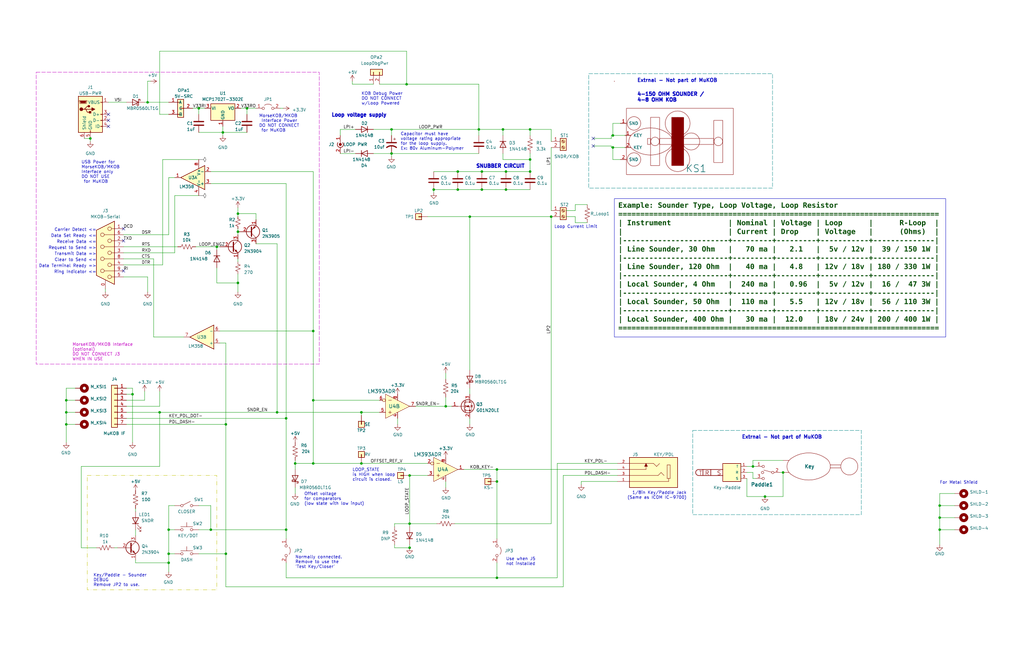
<source format=kicad_sch>
(kicad_sch (version 20230121) (generator eeschema)
  (paper "B")
  (title_block (title "MuKOB - Key/Paddle & Sounder") (date "2024-01-16") (rev "1") (company "Silky-Design (AESilky)") (comment 1 "Copyright 2023 AESilky") (comment 4 "Ref: PiKOB Prototype Hat; Gregory Raven (2022)"))
  (lib_symbols
    (symbol "AES_Library:CUI_SJ1-3534NG-audio-jack" (pin_names (offset 1.016))
      (property "Reference" "J" (at -10.16 6.35 0))
      (property "Value" "CUI_SJ1-3534NG" (at -10.16 -10.16 0))
      (symbol "CUI_SJ1-3534NG-audio-jack_0_0"
        (pin passive line (at 15.24 2.54 180) (length 5.08) (name "~") (number "1"))
        (pin passive line (at 15.24 -5.08 180) (length 5.08) (name "~") (number "2"))
        (pin passive line (at 15.24 0 180) (length 5.08) (name "~") (number "3"))
        (pin passive line (at 15.24 -2.54 180) (length 5.08) (name "~") (number "4"))
      )
    )
    (symbol "Amplifier_Operational:LM358" (pin_names (offset 0.127))
      (property "Reference" "U" (at 0 5.08 0))
      (property "Value" "LM358" (at 0 -5.08 0))
      (symbol "LM358_1_1"
        (pin output line (at 7.62 0 180) (length 2.54) (name "~") (number "1"))
        (pin input line (at -7.62 -2.54 0) (length 2.54) (name "-") (number "2"))
        (pin input line (at -7.62 2.54 0) (length 2.54) (name "+") (number "3"))
      )
      (symbol "LM358_2_1"
        (pin input line (at -7.62 2.54 0) (length 2.54) (name "+") (number "5"))
        (pin input line (at -7.62 -2.54 0) (length 2.54) (name "-") (number "6"))
        (pin output line (at 7.62 0 180) (length 2.54) (name "~") (number "7"))
      )
      (symbol "LM358_3_1"
        (pin power_in line (at -2.54 -7.62 90) (length 3.81) (name "V-") (number "4"))
        (pin power_in line (at -2.54 7.62 270) (length 3.81) (name "V+") (number "8"))
      )
    )
    (symbol "Audio-Plug-TRS:SP-TRS" (pin_names (offset 1.016))
      (property "Reference" "J-SP" (at 3.81 3.81 0))
      (property "Value" "SP-TRS" (at 2.54 -5.08 0))
      (symbol "SP-TRS_0_0"
        (text "R" (at 17.78 -1.27 0) (effects (font (size 1.778 1.778)) (justify right bottom)))
        (text "S" (at 12.7 -1.27 0) (effects (font (size 1.778 1.778)) (justify right bottom)))
        (text "T" (at 20.32 -1.27 0) (effects (font (size 1.778 1.778)) (justify right bottom)))
        (pin passive line (at 0 2.54 0) (length 2.54) (name "T") (number "1"))
        (pin passive line (at 0 0 0) (length 2.54) (name "R") (number "2"))
        (pin passive line (at 0 -2.54 0) (length 2.54) (name "S") (number "3"))
      )
    )
    (symbol "Connector:Conn_Coaxial_Power" (pin_names (offset 1.016) hide)
      (property "Reference" "J" (at -5.08 -1.27 90))
      (property "Value" "Conn_Coaxial_Power" (at -3.175 -1.27 90))
      (symbol "Conn_Coaxial_Power_1_1"
        (pin passive line (at 0 2.54 270) (length 2.54) (name "In") (number "1"))
        (pin passive line (at 0 -5.08 90) (length 2.54) (name "Ext") (number "2"))
      )
    )
    (symbol "Connector:DE9_Receptacle_MountingHoles" (pin_names (offset 1.016) hide)
      (property "Reference" "J" (at 0 16.51 0))
      (property "Value" "DE9_Receptacle_MountingHoles" (at 0 14.605 0))
      (symbol "DE9_Receptacle_MountingHoles_1_1"
        (pin passive line (at 0 -15.24 90) (length 3.81) (name "PAD") (number "0"))
        (pin passive line (at -7.62 10.16 0) (length 3.81) (name "1") (number "1"))
        (pin passive line (at -7.62 5.08 0) (length 3.81) (name "2") (number "2"))
        (pin passive line (at -7.62 0 0) (length 3.81) (name "3") (number "3"))
        (pin passive line (at -7.62 -5.08 0) (length 3.81) (name "4") (number "4"))
        (pin passive line (at -7.62 -10.16 0) (length 3.81) (name "5") (number "5"))
        (pin passive line (at -7.62 7.62 0) (length 3.81) (name "6") (number "6"))
        (pin passive line (at -7.62 2.54 0) (length 3.81) (name "7") (number "7"))
        (pin passive line (at -7.62 -2.54 0) (length 3.81) (name "8") (number "8"))
        (pin passive line (at -7.62 -7.62 0) (length 3.81) (name "9") (number "9"))
      )
    )
    (symbol "Connector:Screw_Terminal_01x02" (pin_names (offset 1.016) hide)
      (property "Reference" "J" (at 0 2.54 0))
      (property "Value" "Screw_Terminal_01x02" (at 0 -5.08 0))
      (symbol "Screw_Terminal_01x02_1_1"
        (pin passive line (at -5.08 0 0) (length 3.81) (name "Pin_1") (number "1"))
        (pin passive line (at -5.08 -2.54 0) (length 3.81) (name "Pin_2") (number "2"))
      )
    )
    (symbol "Connector:USB_OTG" (pin_names (offset 1.016))
      (property "Reference" "J" (at -5.08 11.43 0))
      (property "Value" "USB_OTG" (at -5.08 8.89 0))
      (symbol "USB_OTG_1_1"
        (pin passive line (at 7.62 5.08 180) (length 2.54) (name "VBUS") (number "1"))
        (pin bidirectional line (at 7.62 -2.54 180) (length 2.54) (name "D-") (number "2"))
        (pin bidirectional line (at 7.62 0 180) (length 2.54) (name "D+") (number "3"))
        (pin passive line (at 7.62 -5.08 180) (length 2.54) (name "ID") (number "4"))
        (pin passive line (at 0 -10.16 90) (length 2.54) (name "GND") (number "5"))
        (pin passive line (at -2.54 -10.16 90) (length 2.54) (name "Shield") (number "6"))
      )
    )
    (symbol "Connector_Generic:Conn_01x02" (pin_names (offset 1.016) hide)
      (property "Reference" "J" (at 0 2.54 0))
      (property "Value" "Conn_01x02" (at 0 -5.08 0))
      (symbol "Conn_01x02_1_1"
        (pin passive line (at -5.08 0 0) (length 3.81) (name "Pin_1") (number "1"))
        (pin passive line (at -5.08 -2.54 0) (length 3.81) (name "Pin_2") (number "2"))
      )
    )
    (symbol "Connector_Generic:Conn_01x07" (pin_names (offset 1.016) hide)
      (property "Reference" "J" (at 0 10.16 0))
      (property "Value" "Conn_01x07" (at 0 -10.16 0))
      (symbol "Conn_01x07_1_1"
        (pin passive line (at -5.08 7.62 0) (length 3.81) (name "Pin_1") (number "1"))
        (pin passive line (at -5.08 5.08 0) (length 3.81) (name "Pin_2") (number "2"))
        (pin passive line (at -5.08 2.54 0) (length 3.81) (name "Pin_3") (number "3"))
        (pin passive line (at -5.08 0 0) (length 3.81) (name "Pin_4") (number "4"))
        (pin passive line (at -5.08 -2.54 0) (length 3.81) (name "Pin_5") (number "5"))
        (pin passive line (at -5.08 -5.08 0) (length 3.81) (name "Pin_6") (number "6"))
        (pin passive line (at -5.08 -7.62 0) (length 3.81) (name "Pin_7") (number "7"))
      )
    )
    (symbol "Device:C" (pin_numbers hide) (pin_names (offset 0.254))
      (property "Reference" "C" (at 0.635 2.54 0))
      (property "Value" "C" (at 0.635 -2.54 0))
      (symbol "C_1_1"
        (pin passive line (at 0 3.81 270) (length 2.794) (name "~") (number "1"))
        (pin passive line (at 0 -3.81 90) (length 2.794) (name "~") (number "2"))
      )
    )
    (symbol "Device:C_Polarized_US" (pin_numbers hide) (pin_names (offset 0.254) hide)
      (property "Reference" "C" (at 0.635 2.54 0))
      (property "Value" "C_Polarized_US" (at 0.635 -2.54 0))
      (symbol "C_Polarized_US_1_1"
        (pin passive line (at 0 3.81 270) (length 2.794) (name "~") (number "1"))
        (pin passive line (at 0 -3.81 90) (length 3.302) (name "~") (number "2"))
      )
    )
    (symbol "Device:LED" (pin_numbers hide) (pin_names (offset 1.016) hide)
      (property "Reference" "D" (at 0 2.54 0))
      (property "Value" "LED" (at 0 -2.54 0))
      (symbol "LED_1_1"
        (pin passive line (at -3.81 0 0) (length 2.54) (name "K") (number "1"))
        (pin passive line (at 3.81 0 180) (length 2.54) (name "A") (number "2"))
      )
    )
    (symbol "Device:R_Small_US" (pin_numbers hide) (pin_names (offset 0.254) hide)
      (property "Reference" "R" (at 0.762 0.508 0))
      (property "Value" "R_Small_US" (at 0.762 -1.016 0))
      (symbol "R_Small_US_1_1"
        (pin passive line (at 0 2.54 270) (length 1.016) (name "~") (number "1"))
        (pin passive line (at 0 -2.54 90) (length 1.016) (name "~") (number "2"))
      )
    )
    (symbol "Device:R_US" (pin_numbers hide) (pin_names (offset 0))
      (property "Reference" "R" (at 2.54 0 90))
      (property "Value" "R_US" (at -2.54 0 90))
      (symbol "R_US_1_1"
        (pin passive line (at 0 3.81 270) (length 1.27) (name "~") (number "1"))
        (pin passive line (at 0 -3.81 90) (length 1.27) (name "~") (number "2"))
      )
    )
    (symbol "Diode:1N4004" (pin_numbers hide) (pin_names hide)
      (property "Reference" "D" (at 0 2.54 0))
      (property "Value" "1N4004" (at 0 -2.54 0))
      (symbol "1N4004_1_1"
        (pin passive line (at -3.81 0 0) (length 2.54) (name "K") (number "1"))
        (pin passive line (at 3.81 0 180) (length 2.54) (name "A") (number "2"))
      )
    )
    (symbol "Diode:1N4148W" (pin_numbers hide) (pin_names hide)
      (property "Reference" "D" (at 0 2.54 0))
      (property "Value" "1N4148W" (at 0 -2.54 0))
      (symbol "1N4148W_1_1"
        (pin passive line (at -3.81 0 0) (length 2.54) (name "K") (number "1"))
        (pin passive line (at 3.81 0 180) (length 2.54) (name "A") (number "2"))
      )
    )
    (symbol "Diode:MBR0560" (pin_numbers hide) (pin_names (offset 1.016) hide)
      (property "Reference" "D" (at 0 2.54 0))
      (property "Value" "MBR0560" (at 0 -2.54 0))
      (symbol "MBR0560_1_1"
        (pin passive line (at -3.81 0 0) (length 2.54) (name "K") (number "1"))
        (pin passive line (at 3.81 0 180) (length 2.54) (name "A") (number "2"))
      )
    )
    (symbol "Jumper:Jumper_2_Open" (pin_names (offset 0) hide)
      (property "Reference" "JP" (at 0 2.794 0))
      (property "Value" "Jumper_2_Open" (at 0 -2.286 0))
      (symbol "Jumper_2_Open_1_1"
        (pin passive line (at -5.08 0 0) (length 2.54) (name "A") (number "1"))
        (pin passive line (at 5.08 0 180) (length 2.54) (name "B") (number "2"))
      )
    )
    (symbol "Key-Telegraph_1" (pin_numbers hide) (pin_names (offset 1.016) hide)
      (property "Reference" "U" (at -2.159 -3.683 0))
      (property "Value" "Key-Telegraph" (at -0.635 0.127 0))
      (symbol "Key-Telegraph_1_1_1"
        (pin input line (at -11.43 2.54 0) (length 2.54) (name "KEY") (number "1"))
        (pin input line (at -11.43 -2.54 0) (length 2.54) (name "KEY") (number "2"))
      )
    )
    (symbol "LM393DR-dk_Linear-Comparators_1" (pin_names (offset 0) hide)
      (property "Reference" "U" (at -3.81 6.35 0))
      (property "Value" "LM393DR-dk_Linear-Comparators" (at 2.54 -5.08 0))
      (symbol "LM393DR-dk_Linear-Comparators_1_1_1"
        (pin output line (at 7.62 0 180) (length 2.54) (name "1OUT") (number "1"))
        (pin input line (at -7.62 2.54 0) (length 1.27) (name "~") (number "2"))
        (pin input line (at -7.62 -2.54 0) (length 2.54) (name "~") (number "3"))
        (pin power_in line (at 0 -5.08 90) (length 2.54) (name "GND") (number "4"))
        (pin power_in line (at 0 5.08 270) (length 2.54) (name "VCC") (number "8"))
      )
      (symbol "LM393DR-dk_Linear-Comparators_1_2_1"
        (pin power_in line (at 0 -5.08 90) (length 2.54) (name "GND") (number "4"))
        (pin input line (at -7.62 -2.54 0) (length 2.54) (name "2IN+") (number "5"))
        (pin input line (at -7.62 2.54 0) (length 1.27) (name "2IN-") (number "6"))
        (pin output line (at 7.62 0 180) (length 2.54) (name "2OUT") (number "7"))
        (pin power_in line (at 0 5.08 270) (length 2.54) (name "VCC") (number "8"))
      )
    )
    (symbol "Mechanical:MountingHole_Pad" (pin_numbers hide) (pin_names (offset 1.016) hide)
      (property "Reference" "H" (at 0 6.35 0))
      (property "Value" "MountingHole_Pad" (at 0 4.445 0))
      (symbol "MountingHole_Pad_1_1"
        (pin input line (at 0 -2.54 90) (length 2.54) (name "1") (number "1"))
      )
    )
    (symbol "MuKOB:Option_A-B"
      (property "Reference" "OP" (at 0 0 0))
      (property "Value" "OP_A-B" (at 0 0 0))
      (symbol "Option_A-B_1_0"
        (pin passive line (at 5.08 -5.08 180) (length 3.81) (name "C") (number "2"))
      )
      (symbol "Option_A-B_1_1"
        (pin passive line (at -5.08 -2.54 0) (length 3.81) (name "A") (number "1"))
        (pin passive line (at -5.08 -7.62 0) (length 3.81) (name "B") (number "3"))
      )
    )
    (symbol "Regulator_Linear:MCP1700x-330xxTT" (pin_names (offset 0.254))
      (property "Reference" "U" (at -3.81 3.175 0))
      (property "Value" "MCP1700x-330xxTT" (at 0 3.175 0))
      (symbol "MCP1700x-330xxTT_1_1"
        (pin power_in line (at 0 -7.62 90) (length 2.54) (name "GND") (number "1"))
        (pin power_out line (at 7.62 0 180) (length 2.54) (name "VO") (number "2"))
        (pin power_in line (at -7.62 0 0) (length 2.54) (name "VI") (number "3"))
      )
    )
    (symbol "Switch:SW_Push" (pin_numbers hide) (pin_names (offset 1.016) hide)
      (property "Reference" "SW" (at 1.27 2.54 0))
      (property "Value" "SW_Push" (at 0 -1.524 0))
      (symbol "SW_Push_0_1"
        (pin passive line (at -5.08 0 0) (length 2.54) (name "1") (number "1"))
        (pin passive line (at 5.08 0 180) (length 2.54) (name "2") (number "2"))
      )
    )
    (symbol "Switch:SW_SPDT_MSM" (pin_names (offset 0) hide)
      (property "Reference" "SW" (at 0 5.08 0))
      (property "Value" "SW_SPDT_MSM" (at 0 -5.08 0))
      (symbol "SW_SPDT_MSM_1_1"
        (pin passive line (at 5.08 2.54 180) (length 2.54) (name "1") (number "1"))
        (pin passive line (at -5.08 0 0) (length 2.54) (name "2") (number "2"))
        (pin passive line (at 5.08 -2.54 180) (length 2.54) (name "3") (number "3"))
      )
    )
    (symbol "Switch:SW_SPST" (pin_numbers hide) (pin_names (offset 0) hide)
      (property "Reference" "SW" (at 0 3.175 0))
      (property "Value" "SW_SPST" (at 0 -2.54 0))
      (symbol "SW_SPST_1_1"
        (pin passive line (at -5.08 0 0) (length 2.54) (name "A") (number "1"))
        (pin passive line (at 5.08 0 180) (length 2.54) (name "B") (number "2"))
      )
    )
    (symbol "Test_point_Jump:TP_01" (pin_numbers hide) (pin_names (offset 0) hide)
      (property "Reference" "TP" (at 0 2.54 0))
      (property "Value" "Test_Point_01" (at 0 -2.54 0))
      (symbol "TP_01_1_1"
        (pin passive line (at -3.81 0 0) (length 3.81) (name "Pin_1") (number "1"))
      )
    )
    (symbol "Transistor_BJT:2N3904" (pin_names (offset 0) hide)
      (property "Reference" "Q" (at 5.08 1.905 0))
      (property "Value" "2N3904" (at 5.08 0 0))
      (symbol "2N3904_1_1"
        (pin passive line (at 2.54 -5.08 90) (length 2.54) (name "E") (number "1"))
        (pin passive line (at -5.08 0 0) (length 5.715) (name "B") (number "2"))
        (pin passive line (at 2.54 5.08 270) (length 2.54) (name "C") (number "3"))
      )
    )
    (symbol "Transistor_BJT:2N3905" (pin_names (offset 0) hide)
      (property "Reference" "Q" (at 5.08 1.905 0))
      (property "Value" "2N3905" (at 5.08 0 0))
      (symbol "2N3905_1_1"
        (pin passive line (at 2.54 -5.08 90) (length 2.54) (name "E") (number "1"))
        (pin input line (at -5.08 0 0) (length 5.715) (name "B") (number "2"))
        (pin passive line (at 2.54 5.08 270) (length 2.54) (name "C") (number "3"))
      )
    )
    (symbol "Transistor_FET:2N7002" (pin_names hide)
      (property "Reference" "Q" (at 5.08 1.905 0))
      (property "Value" "2N7002" (at 5.08 0 0))
      (symbol "2N7002_1_1"
        (pin input line (at -5.08 0 0) (length 2.54) (name "G") (number "1"))
        (pin passive line (at 2.54 -5.08 90) (length 2.54) (name "S") (number "2"))
        (pin passive line (at 2.54 5.08 270) (length 2.54) (name "D") (number "3"))
      )
    )
    (symbol "power:+3.3V" (power) (pin_names (offset 0))
      (property "Value" "+3.3V" (at 0 3.556 0))
      (symbol "+3.3V_1_1"
        (pin power_in line (at 0 0 90) (length 0) hide (name "+3.3V") (number "1"))
      )
    )
    (symbol "power:+5V" (power) (pin_names (offset 0))
      (property "Value" "+5V" (at 0 3.556 0))
      (symbol "+5V_1_1"
        (pin power_in line (at 0 0 90) (length 0) hide (name "+5V") (number "1"))
      )
    )
    (symbol "power:GND" (power) (pin_names (offset 0))
      (property "Value" "GND" (at 0 -3.81 0))
      (symbol "GND_1_1"
        (pin power_in line (at 0 0 270) (length 0) hide (name "GND") (number "1"))
      )
    )
    (symbol "rpikobhat-rescue:Key-Telegraph" (pin_names (offset 1.016))
      (property "Reference" "U" (at -2.159 -3.683 0))
      (property "Value" "Key-Telegraph" (at -0.635 0.127 0))
      (symbol "Key-Telegraph_1_1"
        (pin input line (at -11.43 2.54 0) (length 2.54) (name "KEY") (number "1"))
        (pin input line (at -11.43 -2.54 0) (length 2.54) (name "KEY") (number "2"))
      )
    )
    (symbol "rpikobhat-rescue:LM393DR-dk_Linear-Comparators" (pin_names (offset 0) hide)
      (property "Reference" "U" (at -3.81 6.35 0))
      (property "Value" "LM393DR-dk_Linear-Comparators" (at 2.54 -5.08 0))
      (symbol "LM393DR-dk_Linear-Comparators_1_1"
        (pin output line (at 7.62 0 180) (length 2.54) (name "1OUT") (number "1"))
        (pin input line (at -7.62 2.54 0) (length 1.27) (name "~") (number "2"))
        (pin input line (at -7.62 -2.54 0) (length 2.54) (name "~") (number "3"))
        (pin power_in line (at 0 -5.08 90) (length 2.54) (name "GND") (number "4"))
        (pin power_in line (at 0 5.08 270) (length 2.54) (name "VCC") (number "8"))
      )
      (symbol "LM393DR-dk_Linear-Comparators_2_1"
        (pin power_in line (at 0 -5.08 90) (length 2.54) (name "GND") (number "4"))
        (pin input line (at -7.62 -2.54 0) (length 2.54) (name "2IN+") (number "5"))
        (pin input line (at -7.62 2.54 0) (length 1.27) (name "2IN-") (number "6"))
        (pin output line (at 7.62 0 180) (length 2.54) (name "2OUT") (number "7"))
        (pin power_in line (at 0 5.08 270) (length 2.54) (name "VCC") (number "8"))
      )
    )
    (symbol "rpikobhat-rescue:Sounder-Telegraph" (pin_names (offset 1.016))
      (property "Reference" "U" (at 7.62 10.16 0))
      (property "Value" "Sounder-Telegraph" (at 13.97 -11.43 0))
      (symbol "Sounder-Telegraph_1_1"
        (pin input line (at -24.13 7.62 0) (length 2.54) (name "SND") (number "1"))
        (pin input line (at -24.13 -7.62 0) (length 2.54) (name "SND") (number "2"))
      )
    )
  )
  (junction (at 67.31 173.99))
  (junction (at 38.1 58.42))
  (junction (at 100.33 97.79))
  (junction (at 213.36 72.39))
  (junction (at 212.09 54.61))
  (junction (at 223.52 67.31))
  (junction (at 258.445 62.23))
  (junction (at 213.36 80.01))
  (junction (at 27.94 179.07))
  (junction (at 88.9 223.52))
  (junction (at 317.5 196.85))
  (junction (at 172.72 200.66))
  (junction (at 116.84 173.99))
  (junction (at 223.52 72.39))
  (junction (at 209.55 243.84))
  (junction (at 100.33 90.17))
  (junction (at 193.04 80.01))
  (junction (at 396.24 213.36))
  (junction (at 132.08 168.91))
  (junction (at 232.41 91.44))
  (junction (at 165.1 54.61))
  (junction (at 71.12 233.68))
  (junction (at 198.12 91.44))
  (junction (at 27.94 168.91))
  (junction (at 322.58 209.55))
  (junction (at 132.08 195.58))
  (junction (at 172.72 231.14))
  (junction (at 132.08 139.7))
  (junction (at 120.65 176.53))
  (junction (at 396.24 218.44))
  (junction (at 83.82 45.72))
  (junction (at 165.1 64.77))
  (junction (at 258.445 57.15))
  (junction (at 55.88 166.37))
  (junction (at 93.98 55.88))
  (junction (at 91.44 104.14))
  (junction (at 209.55 203.2))
  (junction (at 203.2 72.39))
  (junction (at 100.33 119.38))
  (junction (at 209.55 198.12))
  (junction (at 95.25 233.68))
  (junction (at 182.88 80.01))
  (junction (at 104.14 45.72))
  (junction (at 95.25 179.07))
  (junction (at 330.2 199.39))
  (junction (at 187.96 171.45))
  (junction (at 62.23 43.18))
  (junction (at 71.12 237.49))
  (junction (at 396.24 223.52))
  (junction (at 172.72 220.98))
  (junction (at 124.46 195.58))
  (junction (at 152.4 173.99))
  (junction (at 71.12 223.52))
  (junction (at 223.52 54.61))
  (junction (at 120.65 223.52))
  (junction (at 171.45 35.56))
  (junction (at 193.04 72.39))
  (junction (at 203.2 80.01))
  (junction (at 27.94 173.99))
  (junction (at 152.4 195.58))
  (junction (at 201.93 54.61))
  (no_connect (at 52.07 114.3))
  (no_connect (at 45.72 48.26))
  (no_connect (at 250.19 61.595))
  (no_connect (at 52.07 101.6))
  (no_connect (at 45.72 50.8))
  (no_connect (at 45.72 53.34))
  (no_connect (at 52.07 96.52))
  (no_connect (at 250.19 58.42))
  (wire (pts (xy 203.2 72.39) (xy 213.36 72.39)))
  (wire (pts (xy 396.24 213.36) (xy 402.59 213.36)))
  (wire (pts (xy 165.1 64.77) (xy 201.93 64.77)))
  (wire (pts (xy 71.12 237.49) (xy 71.12 241.3)))
  (wire (pts (xy 52.07 116.84) (xy 62.23 116.84)))
  (wire (pts (xy 124.46 205.74) (xy 124.46 208.28)))
  (wire (pts (xy 193.04 80.01) (xy 203.2 80.01)))
  (wire (pts (xy 165.1 54.61) (xy 165.1 57.15)))
  (wire (pts (xy 223.52 54.61) (xy 223.52 57.15)))
  (wire (pts (xy 317.5 201.93) (xy 317.5 199.39)))
  (wire (pts (xy 232.41 54.61) (xy 223.52 54.61)))
  (wire (pts (xy 247.65 86.36) (xy 242.57 86.36)))
  (wire (pts (xy 67.31 171.45) (xy 53.34 171.45)))
  (wire (pts (xy 143.51 54.61) (xy 149.86 54.61)))
  (wire (pts (xy 195.58 198.12) (xy 209.55 198.12)))
  (wire (pts (xy 166.37 231.14) (xy 172.72 231.14)))
  (wire (pts (xy 165.1 54.61) (xy 201.93 54.61)))
  (wire (pts (xy 71.12 233.68) (xy 71.12 237.49)))
  (wire (pts (xy 120.65 176.53) (xy 120.65 223.52)))
  (wire (pts (xy 263.525 62.23) (xy 258.445 62.23)))
  (wire (pts (xy 27.94 163.83) (xy 27.94 168.91)))
  (wire (pts (xy 203.2 80.01) (xy 213.36 80.01)))
  (wire (pts (xy 53.34 166.37) (xy 55.88 166.37)))
  (wire (pts (xy 209.55 203.2) (xy 209.55 227.33)))
  (wire (pts (xy 212.09 64.77) (xy 212.09 67.31)))
  (wire (pts (xy 57.15 214.63) (xy 57.15 215.9)))
  (wire (pts (xy 171.45 21.59) (xy 171.45 35.56)))
  (wire (pts (xy 116.84 173.99) (xy 152.4 173.99)))
  (wire (pts (xy 95.25 247.65) (xy 237.49 247.65)))
  (wire (pts (xy 100.33 96.52) (xy 100.33 97.79)))
  (wire (pts (xy 68.58 67.31) (xy 68.58 111.76)))
  (wire (pts (xy 152.4 173.99) (xy 160.02 173.99)))
  (wire (pts (xy 71.12 233.68) (xy 71.12 223.52)))
  (wire (pts (xy 71.12 213.36) (xy 71.12 223.52)))
  (wire (pts (xy 27.94 179.07) (xy 27.94 186.69)))
  (wire (pts (xy 167.64 176.53) (xy 167.64 179.07)))
  (wire (pts (xy 27.94 179.07) (xy 31.75 179.07)))
  (wire (pts (xy 182.88 72.39) (xy 193.04 72.39)))
  (wire (pts (xy 60.96 165.1) (xy 60.96 168.91)))
  (wire (pts (xy 330.2 194.31) (xy 317.5 194.31)))
  (wire (pts (xy 322.58 209.55) (xy 330.2 209.55)))
  (wire (pts (xy 396.24 213.36) (xy 396.24 218.44)))
  (wire (pts (xy 132.08 72.39) (xy 132.08 139.7)))
  (wire (pts (xy 247.65 93.98) (xy 242.57 93.98)))
  (wire (pts (xy 198.12 176.53) (xy 198.12 179.07)))
  (wire (pts (xy 118.11 45.72) (xy 119.38 45.72)))
  (wire (pts (xy 71.12 74.93) (xy 73.66 74.93)))
  (wire (pts (xy 52.07 99.06) (xy 71.12 99.06)))
  (wire (pts (xy 67.31 165.1) (xy 67.31 171.45)))
  (wire (pts (xy 209.55 203.2) (xy 209.55 198.12)))
  (wire (pts (xy 71.12 233.68) (xy 73.66 233.68)))
  (wire (pts (xy 91.44 119.38) (xy 100.33 119.38)))
  (wire (pts (xy 100.33 119.38) (xy 100.33 123.19)))
  (wire (pts (xy 198.12 91.44) (xy 232.41 91.44)))
  (wire (pts (xy 48.26 231.14) (xy 49.53 231.14)))
  (wire (pts (xy 120.65 237.49) (xy 120.65 243.84)))
  (wire (pts (xy 100.33 97.79) (xy 100.33 99.06)))
  (wire (pts (xy 201.93 54.61) (xy 212.09 54.61)))
  (wire (pts (xy 83.82 223.52) (xy 88.9 223.52)))
  (wire (pts (xy 88.9 72.39) (xy 132.08 72.39)))
  (wire (pts (xy 124.46 195.58) (xy 132.08 195.58)))
  (wire (pts (xy 212.09 54.61) (xy 223.52 54.61)))
  (wire (pts (xy 238.76 88.9) (xy 242.57 88.9)))
  (wire (pts (xy 91.44 104.14) (xy 91.44 105.41)))
  (wire (pts (xy 257.81 62.23) (xy 257.81 61.595)))
  (wire (pts (xy 172.72 220.98) (xy 184.15 220.98)))
  (wire (pts (xy 223.52 67.31) (xy 223.52 72.39)))
  (wire (pts (xy 187.96 157.48) (xy 187.96 160.02)))
  (wire (pts (xy 263.525 57.15) (xy 258.445 57.15)))
  (wire (pts (xy 53.34 176.53) (xy 120.65 176.53)))
  (wire (pts (xy 322.58 209.55) (xy 314.96 209.55)))
  (wire (pts (xy 101.6 45.72) (xy 104.14 45.72)))
  (wire (pts (xy 317.5 194.31) (xy 317.5 196.85)))
  (wire (pts (xy 260.35 203.2) (xy 245.11 203.2)))
  (wire (pts (xy 234.95 243.84) (xy 209.55 243.84)))
  (wire (pts (xy 52.07 106.68) (xy 73.66 106.68)))
  (wire (pts (xy 53.34 168.91) (xy 60.96 168.91)))
  (wire (pts (xy 175.26 171.45) (xy 187.96 171.45)))
  (wire (pts (xy 62.23 43.18) (xy 71.12 43.18)))
  (wire (pts (xy 104.14 45.72) (xy 104.14 48.26)))
  (wire (pts (xy 83.82 45.72) (xy 86.36 45.72)))
  (wire (pts (xy 314.96 196.85) (xy 317.5 196.85)))
  (wire (pts (xy 120.65 243.84) (xy 209.55 243.84)))
  (wire (pts (xy 198.12 163.83) (xy 198.12 166.37)))
  (wire (pts (xy 396.24 208.28) (xy 396.24 213.36)))
  (wire (pts (xy 93.98 55.88) (xy 93.98 57.15)))
  (wire (pts (xy 193.04 72.39) (xy 203.2 72.39)))
  (wire (pts (xy 95.25 233.68) (xy 95.25 247.65)))
  (wire (pts (xy 257.81 62.23) (xy 258.445 62.23)))
  (wire (pts (xy 172.72 220.98) (xy 166.37 220.98)))
  (wire (pts (xy 31.75 163.83) (xy 27.94 163.83)))
  (wire (pts (xy 67.31 48.26) (xy 67.31 21.59)))
  (wire (pts (xy 63.5 34.29) (xy 62.23 34.29)))
  (wire (pts (xy 57.15 236.22) (xy 57.15 237.49)))
  (wire (pts (xy 132.08 168.91) (xy 160.02 168.91)))
  (wire (pts (xy 88.9 223.52) (xy 120.65 223.52)))
  (wire (pts (xy 27.94 173.99) (xy 31.75 173.99)))
  (wire (pts (xy 92.71 139.7) (xy 132.08 139.7)))
  (wire (pts (xy 83.82 213.36) (xy 88.9 213.36)))
  (wire (pts (xy 45.72 43.18) (xy 53.34 43.18)))
  (wire (pts (xy 132.08 195.58) (xy 152.4 195.58)))
  (wire (pts (xy 237.49 247.65) (xy 237.49 200.66)))
  (wire (pts (xy 27.94 168.91) (xy 31.75 168.91)))
  (wire (pts (xy 57.15 223.52) (xy 57.15 226.06)))
  (wire (pts (xy 157.48 54.61) (xy 165.1 54.61)))
  (wire (pts (xy 83.82 67.31) (xy 68.58 67.31)))
  (wire (pts (xy 62.23 116.84) (xy 62.23 123.19)))
  (wire (pts (xy 95.25 144.78) (xy 95.25 179.07)))
  (wire (pts (xy 93.98 53.34) (xy 93.98 55.88)))
  (wire (pts (xy 27.94 168.91) (xy 27.94 173.99)))
  (wire (pts (xy 396.24 223.52) (xy 402.59 223.52)))
  (wire (pts (xy 209.55 198.12) (xy 260.35 198.12)))
  (wire (pts (xy 213.36 80.01) (xy 223.52 80.01)))
  (wire (pts (xy 83.82 233.68) (xy 95.25 233.68)))
  (wire (pts (xy 100.33 90.17) (xy 107.95 90.17)))
  (wire (pts (xy 38.1 58.42) (xy 38.1 59.69)))
  (wire (pts (xy 52.07 104.14) (xy 74.93 104.14)))
  (wire (pts (xy 172.72 222.25) (xy 172.72 220.98)))
  (wire (pts (xy 148.59 35.56) (xy 148.59 34.29)))
  (wire (pts (xy 223.52 64.77) (xy 223.52 67.31)))
  (wire (pts (xy 165.1 64.77) (xy 165.1 66.04)))
  (wire (pts (xy 124.46 198.12) (xy 124.46 195.58)))
  (wire (pts (xy 180.34 91.44) (xy 198.12 91.44)))
  (wire (pts (xy 198.12 91.44) (xy 198.12 156.21)))
  (wire (pts (xy 396.24 218.44) (xy 402.59 218.44)))
  (wire (pts (xy 73.66 213.36) (xy 71.12 213.36)))
  (wire (pts (xy 62.23 34.29) (xy 62.23 43.18)))
  (wire (pts (xy 71.12 99.06) (xy 71.12 74.93)))
  (wire (pts (xy 67.31 21.59) (xy 171.45 21.59)))
  (wire (pts (xy 257.81 57.15) (xy 258.445 57.15)))
  (wire (pts (xy 55.88 166.37) (xy 55.88 186.69)))
  (wire (pts (xy 73.66 223.52) (xy 71.12 223.52)))
  (wire (pts (xy 242.57 86.36) (xy 242.57 88.9)))
  (wire (pts (xy 152.4 195.58) (xy 180.34 195.58)))
  (wire (pts (xy 317.5 201.93) (xy 318.77 201.93)))
  (wire (pts (xy 330.2 209.55) (xy 330.2 199.39)))
  (wire (pts (xy 182.88 80.01) (xy 193.04 80.01)))
  (wire (pts (xy 73.66 82.55) (xy 83.82 82.55)))
  (wire (pts (xy 212.09 67.31) (xy 223.52 67.31)))
  (wire (pts (xy 237.49 200.66) (xy 260.35 200.66)))
  (wire (pts (xy 258.445 52.07) (xy 261.62 52.07)))
  (wire (pts (xy 67.31 196.85) (xy 67.31 173.99)))
  (wire (pts (xy 27.94 173.99) (xy 27.94 179.07)))
  (wire (pts (xy 120.65 223.52) (xy 120.65 227.33)))
  (wire (pts (xy 88.9 213.36) (xy 88.9 223.52)))
  (wire (pts (xy 328.93 199.39) (xy 330.2 199.39)))
  (wire (pts (xy 166.37 220.98) (xy 166.37 222.25)))
  (wire (pts (xy 120.65 77.47) (xy 120.65 176.53)))
  (wire (pts (xy 83.82 45.72) (xy 83.82 48.26)))
  (wire (pts (xy 258.445 67.31) (xy 261.62 67.31)))
  (wire (pts (xy 83.82 55.88) (xy 93.98 55.88)))
  (wire (pts (xy 317.5 196.85) (xy 318.77 196.85)))
  (wire (pts (xy 232.41 91.44) (xy 232.41 220.98)))
  (wire (pts (xy 234.95 195.58) (xy 260.35 195.58)))
  (wire (pts (xy 232.41 62.23) (xy 232.41 88.9)))
  (wire (pts (xy 396.24 218.44) (xy 396.24 223.52)))
  (wire (pts (xy 104.14 45.72) (xy 107.95 45.72)))
  (wire (pts (xy 52.07 111.76) (xy 68.58 111.76)))
  (wire (pts (xy 232.41 220.98) (xy 191.77 220.98)))
  (wire (pts (xy 82.55 104.14) (xy 91.44 104.14)))
  (wire (pts (xy 71.12 48.26) (xy 67.31 48.26)))
  (wire (pts (xy 232.41 59.69) (xy 232.41 54.61)))
  (wire (pts (xy 107.95 90.17) (xy 107.95 92.71)))
  (wire (pts (xy 182.88 80.01) (xy 182.88 81.28)))
  (wire (pts (xy 396.24 223.52) (xy 396.24 229.87)))
  (wire (pts (xy 160.02 35.56) (xy 171.45 35.56)))
  (wire (pts (xy 64.77 109.22) (xy 52.07 109.22)))
  (wire (pts (xy 67.31 173.99) (xy 116.84 173.99)))
  (wire (pts (xy 171.45 35.56) (xy 201.93 35.56)))
  (wire (pts (xy 172.72 220.98) (xy 172.72 200.66)))
  (wire (pts (xy 57.15 237.49) (xy 71.12 237.49)))
  (wire (pts (xy 100.33 87.63) (xy 100.33 90.17)))
  (wire (pts (xy 91.44 113.03) (xy 91.44 119.38)))
  (wire (pts (xy 166.37 229.87) (xy 166.37 231.14)))
  (wire (pts (xy 91.44 104.14) (xy 92.71 104.14)))
  (wire (pts (xy 402.59 208.28) (xy 396.24 208.28)))
  (wire (pts (xy 77.47 142.24) (xy 64.77 142.24)))
  (wire (pts (xy 242.57 93.98) (xy 242.57 91.44)))
  (wire (pts (xy 64.77 142.24) (xy 64.77 109.22)))
  (wire (pts (xy 212.09 54.61) (xy 212.09 57.15)))
  (wire (pts (xy 250.19 58.42) (xy 257.81 58.42)))
  (wire (pts (xy 100.33 90.17) (xy 100.33 91.44)))
  (wire (pts (xy 201.93 54.61) (xy 201.93 57.15)))
  (wire (pts (xy 258.445 62.23) (xy 258.445 67.31)))
  (wire (pts (xy 34.29 196.85) (xy 67.31 196.85)))
  (wire (pts (xy 81.28 45.72) (xy 83.82 45.72)))
  (wire (pts (xy 116.84 102.87) (xy 116.84 173.99)))
  (wire (pts (xy 234.95 195.58) (xy 234.95 243.84)))
  (wire (pts (xy 62.23 43.18) (xy 60.96 43.18)))
  (wire (pts (xy 213.36 72.39) (xy 223.52 72.39)))
  (wire (pts (xy 187.96 171.45) (xy 190.5 171.45)))
  (wire (pts (xy 245.11 203.2) (xy 245.11 204.47)))
  (wire (pts (xy 44.45 121.92) (xy 44.45 123.19)))
  (wire (pts (xy 35.56 58.42) (xy 38.1 58.42)))
  (wire (pts (xy 40.64 231.14) (xy 34.29 231.14)))
  (wire (pts (xy 107.95 102.87) (xy 116.84 102.87)))
  (wire (pts (xy 187.96 167.64) (xy 187.96 171.45)))
  (wire (pts (xy 53.34 179.07) (xy 95.25 179.07)))
  (wire (pts (xy 92.71 144.78) (xy 95.25 144.78)))
  (wire (pts (xy 187.96 203.2) (xy 187.96 205.74)))
  (wire (pts (xy 95.25 179.07) (xy 95.25 233.68)))
  (wire (pts (xy 314.96 199.39) (xy 317.5 199.39)))
  (wire (pts (xy 201.93 35.56) (xy 201.93 54.61)))
  (wire (pts (xy 132.08 168.91) (xy 132.08 195.58)))
  (wire (pts (xy 53.34 163.83) (xy 55.88 163.83)))
  (wire (pts (xy 53.34 173.99) (xy 67.31 173.99)))
  (wire (pts (xy 100.33 109.22) (xy 100.33 110.49)))
  (wire (pts (xy 73.66 106.68) (xy 73.66 82.55)))
  (wire (pts (xy 172.72 200.66) (xy 180.34 200.66)))
  (wire (pts (xy 124.46 195.58) (xy 124.46 194.31)))
  (wire (pts (xy 172.72 231.14) (xy 172.72 229.87)))
  (wire (pts (xy 55.88 163.83) (xy 55.88 166.37)))
  (wire (pts (xy 148.59 35.56) (xy 157.48 35.56)))
  (wire (pts (xy 143.51 57.15) (xy 143.51 54.61)))
  (wire (pts (xy 152.4 173.99) (xy 152.4 175.26)))
  (wire (pts (xy 314.96 201.93) (xy 314.96 209.55)))
  (wire (pts (xy 157.48 64.77) (xy 165.1 64.77)))
  (wire (pts (xy 209.55 237.49) (xy 209.55 243.84)))
  (wire (pts (xy 34.29 231.14) (xy 34.29 196.85)))
  (wire (pts (xy 132.08 139.7) (xy 132.08 168.91)))
  (wire (pts (xy 143.51 64.77) (xy 149.86 64.77)))
  (wire (pts (xy 93.98 55.88) (xy 104.14 55.88)))
  (wire (pts (xy 88.9 77.47) (xy 120.65 77.47)))
  (wire (pts (xy 257.81 57.15) (xy 257.81 58.42)))
  (wire (pts (xy 100.33 115.57) (xy 100.33 119.38)))
  (wire (pts (xy 238.76 91.44) (xy 242.57 91.44)))
  (wire (pts (xy 258.445 52.07) (xy 258.445 57.15)))
  (wire (pts (xy 250.19 61.595) (xy 257.81 61.595)))
  (rectangle (start 36.83 200.66) (end 91.44 248.92) (stroke (width 0) (type dash_dot_dot) (color 194 194 0 1)))
  (rectangle (start 292.1 181.61) (end 363.22 217.17) (stroke (width 0) (type dash) (color 0 132 132 1)))
  (rectangle (start 248.285 31.115) (end 325.755 79.375) (stroke (width 0) (type dash) (color 0 132 132 1)))
  (rectangle (start 15.24 30.48) (end 134.62 153.67) (stroke (width 0) (type dash) (color 194 0 194 1)))
  (text_box "Example: Sounder Type, Loop Voltage, Loop Resistor\n=========================================================================\n| Instrument             | Nominal | Voltage | Loop      |      R-Loop  |\n|                        | Current | Drop    | Voltage   |      (Ohms)  |\n|------------------------+---------+---------+-----------+--------------|\n| Line Sounder, 30 Ohm   |   70 ma |   2.1   |  5v / 12v |  39 / 150 1W |\n|------------------------+---------+---------+-----------+--------------|\n| Line Sounder, 120 Ohm  |   40 ma |   4.8   | 12v / 18v | 180 / 330 1W |\n|------------------------+---------+---------+-----------+--------------|\n| Local Sounder, 4 Ohm   |  240 ma |   0.96  |  5v / 12v |  16 /  47 3W |\n|------------------------+---------+---------+-----------+--------------|\n| Local Sounder, 50 Ohm  |  110 ma |   5.5   | 12v / 18v |  56 / 110 3W |\n|------------------------+---------+---------+-----------+--------------|\n| Local Sounder, 400 Ohm |   30 ma |  12.0   | 18v / 24v | 200 / 400 1W |\n=========================================================================" (at 259.08 83.82 0) (size 139.7 58.42) (effects (font (size 2.2 2.2) (thickness 0.3) bold) (justify left top)))
  (text "Data Set Ready <=" (at 40.64 100.33 0) (effects (font (size 1.27 1.27)) (justify right bottom)))
  (text "Ring Indicator <=" (at 40.64 115.57 0) (effects (font (size 1.27 1.27)) (justify right bottom)))
  (text "Offset voltage\nfor comparators\n(low state with low input)" (at 128.27 213.36 0) (effects (font (size 1.27 1.27)) (justify left bottom)))
  (text "Loop voltage supply" (at 139.7 49.53 0) (effects (font (size 1.5 1.5) (thickness 0.4) bold) (justify left bottom)))
  (text "Use when J5\nnot installed" (at 213.36 238.76 0) (effects (font (size 1.27 1.27)) (justify left bottom)))
  (text "Key/Paddle - Sounder\nDEBUG\nRemove JP2 to use." (at 39.37 247.65 0) (effects (font (size 1.27 1.27)) (justify left bottom)))
  (text "Carrier Detect <=" (at 40.64 97.79 0) (effects (font (size 1.27 1.27)) (justify right bottom)))
  (text "Normally connected.\nRemove to use the\n'Test Key/Closer'" (at 124.46 240.03 0) (effects (font (size 1.27 1.27)) (justify left bottom)))
  (text "Capacitor must have\nvoltage rating appropriate\nfor the loop supply.\nEx: 80v Aluminum-Polymer" (at 168.91 63.5 0) (effects (font (size 1.27 1.27)) (justify left bottom)))
  (text "Request to Send =>" (at 40.64 105.41 0) (effects (font (size 1.27 1.27)) (justify right bottom)))
  (text "4-150 OHM SOUNDER /\n4-8 OHM KOB" (at 268.605 43.18 0) (effects (font (size 1.5 1.5) (thickness 0.5994) bold) (justify left bottom)))
  (text "For Metal Shield" (at 396.24 204.47 0) (effects (font (size 1.27 1.27)) (justify left bottom)))
  (text "MorseKOB/MKOB Interface\n(optional)\nDO NOT CONNECT J3\nWHEN IN USE" (at 30.48 152.4 0) (effects (font (size 1.27 1.27)) (justify left bottom)))
  (text "LOOP_STATE\nis HIGH when loop\ncircuit is closed." (at 148.59 203.2 0) (effects (font (size 1.27 1.27)) (justify left bottom)))
  (text "MorseKOB/MKOB\n Interface Power\nDO NOT CONNECT\n for MuKOB\n" (at 109.22 55.88 0) (effects (font (size 1.27 1.27)) (justify left bottom)))
  (text "Receive Data <=" (at 40.64 102.87 0) (effects (font (size 1.27 1.27)) (justify right bottom)))
  (text "Loop Current Limit" (at 233.68 96.52 0) (effects (font (size 1.27 1.27)) (justify left bottom)))
  (text "USB Power for\nMorseKOB/MKOB\nInterface only\nDO NOT USE\n for MuKOB" (at 34.29 77.47 0) (effects (font (size 1.27 1.27)) (justify left bottom)))
  (text "SNUBBER CIRCUIT" (at 200.66 71.12 0) (effects (font (size 1.5 1.5) (thickness 0.508) bold) (justify left bottom)))
  (text "1/8in Key/Paddle Jack\n(Same as ICOM IC-9700)" (at 289.56 210.82 0) (effects (font (size 1.27 1.27)) (justify right bottom)))
  (text "Transmit Data =>" (at 40.64 107.95 0) (effects (font (size 1.27 1.27)) (justify right bottom)))
  (text "Data Terminal Ready =>" (at 40.64 113.03 0) (effects (font (size 1.27 1.27)) (justify right bottom)))
  (text "Extrnal - Not part of MuKOB" (at 268.605 34.925 0) (effects (font (size 1.5 1.5) (thickness 0.3) bold) (justify left bottom)))
  (text "KOB Debug Power\nDO NOT CONNECT\nw/Loop Powered" (at 152.4 44.45 0) (effects (font (size 1.27 1.27)) (justify left bottom)))
  (text "Extrnal - Not part of MuKOB" (at 346.71 185.42 0) (effects (font (size 1.5 1.5) (thickness 0.3) bold) (justify right bottom)))
  (text "Clear to Send <=" (at 40.64 110.49 0) (effects (font (size 1.27 1.27)) (justify right bottom)))
  (label "SNDR_EN" (at 104.14 173.99 0))
  (label "KOB_KEY-" (at 198.12 198.12 0))
  (label "PDL_DASH-" (at 246.38 200.66 0))
  (label "LP1" (at 232.41 66.04 270))
  (label "RI" (at 52.07 114.3 0))
  (label "OFFSET_REF_V" (at 156.21 195.58 0))
  (label "DSR" (at 59.69 99.06 0))
  (label "V5I" (at 48.26 43.18 0))
  (label "TXD" (at 52.07 101.6 0))
  (label "LPI-" (at 144.78 64.77 0))
  (label "V33RI" (at 81.28 45.72 0))
  (label "KEY_PDL-" (at 246.38 195.58 0))
  (label "DTR" (at 59.69 111.76 0))
  (label "SNDR_EN-" (at 175.26 171.45 0))
  (label "RXD" (at 59.69 106.68 0))
  (label "KEY_PDL_DOT-" (at 71.12 176.53 0))
  (label "LOOP_PWR" (at 176.53 54.61 0))
  (label "RTS" (at 59.69 104.14 0))
  (label "LP2" (at 232.41 137.16 270))
  (label "LOOP_ENGZ" (at 83.82 104.14 0))
  (label "V33RO" (at 101.6 45.72 0))
  (label "PDL_DASH-" (at 71.12 179.07 0))
  (label "LOOP_STATE" (at 172.72 217.17 90))
  (label "CTS" (at 59.69 109.22 0))
  (label "DCD" (at 52.07 96.52 0))
  (label "LPI+" (at 144.78 54.61 0))
  (netclass_flag "" (length 2.54) (shape diamond) (at 83.82 82.55 270) (property "Netclass" "POWER" (effects hide)))
  (netclass_flag "" (length 2.54) (shape diamond) (at 83.82 67.31 270) (property "Netclass" "POWER" (effects hide)))
  (symbol (lib_id "rpikobhat-rescue:LM393DR-dk_Linear-Comparators") (at 187.96 198.12 0) (unit 1)
    (property "Reference" "U4" (at 186.69 198.12 0) (effects (font (size 1.524 1.524))))
    (property "Value" "LM393ADR" (at 180.34 191.77 0) (effects (font (size 1.524 1.524))))
    (property "Footprint" "Package_SO:SOIC-8_3.9x4.9mm_P1.27mm" (effects hide))
    (property "Datasheet" "http://www.ti.com/general/docs/suppproductinfo.tsp?distId=10&gotoUrl=http%3A%2F%2Fwww.ti.com%2Flit%2Fgpn%2Flm193" (effects hide))
    (property "Digi-Key_PN" "296-14605-1-ND" (effects hide))
    (property "MPN" "LM393ADR" (effects hide))
    (property "Category" "Integrated Circuits (ICs)" (effects hide))
    (property "Family" "Linear - Comparators" (effects hide))
    (property "DK_Datasheet_Link" "http://www.ti.com/general/docs/suppproductinfo.tsp?distId=10&gotoUrl=http%3A%2F%2Fwww.ti.com%2Flit%2Fgpn%2Flm193" (effects hide))
    (property "DK_Detail_Page" "/product-detail/en/texas-instruments/LM393ADR/296-1015-1-ND/404839" (effects hide))
    (property "Description" "IC DUAL DIFF COMP 8-SOIC" (effects hide))
    (property "Manufacturer" "Texas Instruments" (effects hide))
    (property "Status" "Active" (effects hide))
  )
  (symbol (lib_name "LM393DR-dk_Linear-Comparators_1") (lib_id "rpikobhat-rescue:LM393DR-dk_Linear-Comparators") (at 167.64 171.45 0) (unit 2)
    (property "Reference" "U4" (at 163.83 171.45 0) (effects (font (size 1.524 1.524)) (justify left)))
    (property "Value" "LM393ADR" (at 154.94 165.1 0) (effects (font (size 1.524 1.524)) (justify left)))
    (property "Footprint" "Package_SO:SOIC-8_3.9x4.9mm_P1.27mm" (effects hide))
    (property "Datasheet" "http://www.ti.com/general/docs/suppproductinfo.tsp?distId=10&gotoUrl=http%3A%2F%2Fwww.ti.com%2Flit%2Fgpn%2Flm193" (effects hide))
    (property "Digi-Key_PN" "296-14605-1-ND" (effects hide))
    (property "MPN" "LM393ADR" (effects hide))
    (property "Category" "Integrated Circuits (ICs)" (effects hide))
    (property "Family" "Linear - Comparators" (effects hide))
    (property "DK_Datasheet_Link" "http://www.ti.com/general/docs/suppproductinfo.tsp?distId=10&gotoUrl=http%3A%2F%2Fwww.ti.com%2Flit%2Fgpn%2Flm193" (effects hide))
    (property "DK_Detail_Page" "/product-detail/en/texas-instruments/LM393ADR/296-1015-1-ND/404839" (effects hide))
    (property "Description" "IC DUAL DIFF COMP 8-SOIC" (effects hide))
    (property "Manufacturer" "Texas Instruments" (effects hide))
    (property "Status" "Active" (effects hide))
  )
  (symbol (lib_id "power:GND") (at 198.12 179.07 0) (unit 1)
    (property "Reference" "#PWR017" (effects hide))
    (property "Value" "GND" (at 198.247 183.4642 0))
  )
  (symbol (lib_id "power:GND") (at 187.96 205.74 0) (unit 1)
    (property "Reference" "#PWR022" (effects hide))
    (property "Value" "GND" (at 188.087 210.1342 0))
  )
  (symbol (lib_id "power:GND") (at 167.64 179.07 0) (unit 1)
    (property "Reference" "#PWR016" (effects hide))
    (property "Value" "GND" (at 167.767 183.4642 0))
  )
  (symbol (lib_id "Diode:MBR0560") (at 198.12 160.02 90) (unit 1)
    (property "Reference" "D8" (at 200.152 158.8516 90) (effects (justify right)))
    (property "Value" "MBR0560LT1G" (at 200.152 161.163 90) (effects (justify right)))
    (property "Footprint" "Diode_SMD:D_SOD-123" (effects hide))
    (property "Datasheet" "http://www.mccsemi.com/up_pdf/MBR0520~MBR0580(SOD123).pdf" (effects hide))
  )
  (symbol (lib_id "power:GND") (at 124.46 208.28 0) (mirror y) (unit 1)
    (property "Reference" "#PWR024" (effects hide))
    (property "Value" "GND" (at 124.333 212.6742 0))
  )
  (symbol (lib_id "Device:R_US") (at 124.46 190.5 0) (mirror y) (unit 1)
    (property "Reference" "R6" (at 129.54 187.96 0) (effects (justify left)))
    (property "Value" "20k" (at 130.81 190.5 0) (effects (justify left)))
    (property "Footprint" "Resistor_SMD:R_0402_1005Metric_Pad0.72x0.64mm_HandSolder" (effects hide))
  )
  (symbol (lib_id "Device:R_US") (at 187.96 163.83 180) (unit 1)
    (property "Reference" "R5" (at 191.5802 162.6987 0))
    (property "Value" "20k" (at 191.77 165.1 0))
    (property "Footprint" "Resistor_SMD:R_0402_1005Metric_Pad0.72x0.64mm_HandSolder" (effects hide))
  )
  (symbol (lib_id "rpikobhat-rescue:Sounder-Telegraph") (at 285.75 59.69 0) (unit 1) (in_bom no) (on_board no)
    (property "Reference" "U2" (effects hide))
    (property "Value" "Sounder" (effects hide))
  )
  (symbol (lib_id "Device:C") (at 201.93 60.96 0) (unit 1)
    (property "Reference" "C4" (at 204.851 59.7916 0) (effects (justify left)))
    (property "Value" "0.1u" (at 204.851 62.103 0) (effects (justify left)))
    (property "Footprint" "Capacitor_SMD:C_0603_1608Metric_Pad1.08x0.95mm_HandSolder" (effects hide))
  )
  (symbol (lib_id "Connector:Conn_Coaxial_Power") (at 143.51 59.69 0) (mirror y) (unit 1)
    (property "Reference" "J2" (at 140.97 60.96 0) (effects (justify left)))
    (property "Value" "LOOP PWR" (at 144.78 60.96 0) (effects (justify right)))
    (property "Footprint" "AES_Library:CUI_PJ-037B" (effects hide))
  )
  (symbol (lib_id "Device:R_US") (at 187.96 220.98 270) (unit 1)
    (property "Reference" "R8" (at 187.96 215.773 90))
    (property "Value" "20k" (at 187.96 218.0844 90))
    (property "Footprint" "Resistor_SMD:R_0402_1005Metric_Pad0.72x0.64mm_HandSolder" (effects hide))
  )
  (symbol (lib_id "power:GND") (at 172.72 231.14 0) (unit 1)
    (property "Reference" "#PWR026" (effects hide))
    (property "Value" "GND" (at 172.72 234.95 0))
  )
  (symbol (lib_id "Device:R_US") (at 223.52 60.96 0) (unit 1)
    (property "Reference" "R1" (at 226.06 60.325 0) (effects (justify left)))
    (property "Value" "3.3k" (at 226.06 62.865 0) (effects (justify left)))
    (property "Footprint" "Resistor_SMD:R_0402_1005Metric_Pad0.72x0.64mm_HandSolder" (effects hide))
  )
  (symbol (lib_id "power:GND") (at 245.11 204.47 0) (mirror y) (unit 1)
    (property "Reference" "#PWR028" (effects hide))
    (property "Value" "GND" (at 245.11 209.55 0))
  )
  (symbol (lib_id "Transistor_BJT:2N3904") (at 97.79 104.14 0) (unit 1)
    (property "Reference" "Q2" (at 102.87 103.505 0) (effects (justify left)))
    (property "Value" "2N3904" (at 102.87 106.045 0) (effects (justify left)))
    (property "Footprint" "Package_TO_SOT_THT:TO-92_Inline" (effects hide))
    (property "Datasheet" "https://www.onsemi.com/pub/Collateral/2N3903-D.PDF" (effects hide))
  )
  (symbol (lib_id "Switch:SW_Push") (at 78.74 223.52 0) (unit 1)
    (property "Reference" "SW2" (at 81.28 220.98 0) (effects (justify left)))
    (property "Value" "KEY/DOT" (at 74.93 226.06 0) (effects (justify left)))
    (property "Footprint" "AES_Library:SW_PUSH_SMD_1P1T_NO_6x6mm" (effects hide))
  )
  (symbol (lib_id "Regulator_Linear:MCP1700x-330xxTT") (at 93.98 45.72 0) (unit 1)
    (property "Reference" "U1" (at 93.98 39.37 0))
    (property "Value" "MCP1702T-3302E" (at 93.98 41.91 0))
    (property "Footprint" "Package_TO_SOT_SMD:SOT-23" (effects hide))
    (property "Datasheet" "http://ww1.microchip.com/downloads/en/DeviceDoc/20001826D.pdf" (effects hide))
  )
  (symbol (lib_id "Device:R_US") (at 247.65 90.17 0) (unit 1) (in_bom no) (on_board no)
    (property "Reference" "R_Loop1" (at 248.92 90.17 0) (effects (justify left)))
    (property "Sim.Enable" "0" (effects hide))
  )
  (symbol (lib_id "Device:C") (at 223.52 76.2 0) (unit 1)
    (property "Reference" "C9" (at 226.441 75.0316 0) (effects (justify left)))
    (property "Value" "0.1u" (at 226.441 77.343 0) (effects (justify left)))
    (property "Footprint" "Capacitor_SMD:C_0603_1608Metric_Pad1.08x0.95mm_HandSolder" (effects hide))
  )
  (symbol (lib_id "Device:C") (at 213.36 76.2 0) (unit 1)
    (property "Reference" "C8" (at 216.281 75.0316 0) (effects (justify left)))
    (property "Value" "0.1u" (at 216.281 77.343 0) (effects (justify left)))
    (property "Footprint" "Capacitor_SMD:C_0603_1608Metric_Pad1.08x0.95mm_HandSolder" (effects hide))
  )
  (symbol (lib_id "Switch:SW_SPST") (at 78.74 213.36 0) (unit 1)
    (property "Reference" "SW1" (at 83.82 210.82 0))
    (property "Value" "CLOSER" (at 74.93 215.9 0) (effects (justify left)))
    (property "Footprint" "AES_Library:SW-TGL-Micro-DPST-CIT" (effects hide))
  )
  (symbol (lib_id "Mechanical:MountingHole_Pad") (at 405.13 213.36 270) (unit 1)
    (property "Reference" "SHLD-2" (at 408.94 212.725 90) (effects (justify left)))
    (property "Value" "MountingHole_Pad" (effects hide))
    (property "Footprint" "MountingHole:MountingHole_4.3mm_M4_ISO14580_Pad_TopBottom" (effects hide))
  )
  (symbol (lib_id "power:GND") (at 71.12 241.3 0) (mirror y) (unit 1)
    (property "Reference" "#PWR027" (effects hide))
    (property "Value" "GND" (at 70.993 245.6942 0))
  )
  (symbol (lib_id "Diode:MBR0560") (at 124.46 201.93 270) (mirror x) (unit 1)
    (property "Reference" "D7" (at 129.54 203.2 90) (effects (justify right)))
    (property "Value" "MBR0560LT1G" (at 139.7 205.74 90) (effects (justify right)))
    (property "Footprint" "Diode_SMD:D_SOD-123" (effects hide))
    (property "Datasheet" "http://www.mccsemi.com/up_pdf/MBR0520~MBR0580(SOD123).pdf" (effects hide))
  )
  (symbol (lib_id "power:+3.3V") (at 60.96 165.1 0) (unit 1)
    (property "Reference" "#PWR013" (effects hide))
    (property "Value" "+3.3V" (at 60.96 161.29 0))
  )
  (symbol (lib_id "Device:LED") (at 57.15 219.71 90) (unit 1)
    (property "Reference" "LED1" (at 60.96 217.17 90))
    (property "Value" "SNDR" (at 62.23 219.71 90))
    (property "Footprint" "AES_Library:LED_SMD_SIDEVIEW_Harvatek" (effects hide))
  )
  (symbol (lib_id "power:GND") (at 44.45 123.19 0) (unit 1)
    (property "Reference" "#PWR09" (effects hide))
    (property "Value" "GND" (at 44.45 128.27 0))
  )
  (symbol (lib_id "power:GND") (at 38.1 59.69 0) (unit 1)
    (property "Reference" "#PWR05" (effects hide))
    (property "Value" "GND" (at 38.1 64.77 0))
  )
  (symbol (lib_id "Switch:SW_Push") (at 78.74 233.68 0) (unit 1)
    (property "Reference" "SW3" (at 81.28 231.14 0) (effects (justify left)))
    (property "Value" "DASH" (at 76.2 236.22 0) (effects (justify left)))
    (property "Footprint" "AES_Library:SW_PUSH_SMD_1P1T_NO_6x6mm" (effects hide))
  )
  (symbol (lib_id "power:+5V") (at 187.96 157.48 0) (unit 1)
    (property "Reference" "#PWR012" (effects hide))
    (property "Value" "+5V" (at 187.96 153.67 0))
  )
  (symbol (lib_id "Diode:MBR0560") (at 57.15 43.18 0) (mirror y) (unit 1)
    (property "Reference" "D1" (at 55.88 40.64 0) (effects (justify right)))
    (property "Value" "MBR0560LT1G" (at 53.34 45.72 0) (effects (justify right)))
    (property "Footprint" "Diode_SMD:D_SOD-123" (effects hide))
    (property "Datasheet" "http://www.mccsemi.com/up_pdf/MBR0520~MBR0580(SOD123).pdf" (effects hide))
  )
  (symbol (lib_id "Connector:USB_OTG") (at 38.1 48.26 0) (unit 1)
    (property "Reference" "J1" (at 38.1 36.83 0))
    (property "Value" "USB-PWR" (at 38.1 39.37 0))
    (property "Footprint" "AES_Library:USB_Micro-B_Amphenol_10103594-0001LF_Horizontal_modified" (effects hide))
    (property "Datasheet" " ~" (effects hide))
  )
  (symbol (lib_id "Mechanical:MountingHole_Pad") (at 34.29 163.83 270) (unit 1)
    (property "Reference" "M_KSI1" (at 38.1 163.195 90) (effects (justify left)))
    (property "Value" "MountingHole_Pad" (effects hide))
    (property "Footprint" "MountingHole:MountingHole_3.2mm_M3_ISO7380_Pad_TopBottom" (effects hide))
  )
  (symbol (lib_id "Mechanical:MountingHole_Pad") (at 405.13 208.28 270) (unit 1)
    (property "Reference" "SHLD-1" (at 408.94 207.645 90) (effects (justify left)))
    (property "Value" "MountingHole_Pad" (effects hide))
    (property "Footprint" "MountingHole:MountingHole_4.3mm_M4_ISO14580_Pad_TopBottom" (effects hide))
  )
  (symbol (lib_id "Mechanical:MountingHole_Pad") (at 34.29 173.99 270) (unit 1)
    (property "Reference" "M_KSI3" (at 38.1 173.355 90) (effects (justify left)))
    (property "Value" "MountingHole_Pad" (effects hide))
    (property "Footprint" "MountingHole:MountingHole_3.2mm_M3_ISO7380_Pad_TopBottom" (effects hide))
  )
  (symbol (lib_id "power:+5V") (at 148.59 34.29 0) (mirror y) (unit 1)
    (property "Reference" "#PWR02" (effects hide))
    (property "Value" "+5V" (at 148.59 30.48 0))
  )
  (symbol (lib_id "Test_point_Jump:TP_01") (at 152.4 191.77 270) (mirror x) (unit 1)
    (property "Reference" "TP3" (at 152.4 189.23 90))
    (property "Value" "RV" (at 156.21 191.77 90) (effects (justify right)))
    (property "Footprint" "Connector_PinHeader_2.54mm:PinHeader_1x01_P2.54mm_Vertical" (effects hide))
  )
  (symbol (lib_id "Device:C_Polarized_US") (at 165.1 60.96 0) (mirror y) (unit 1)
    (property "Reference" "C3" (at 162.179 59.4903 0) (effects (justify left)))
    (property "Value" "10uf" (at 162.179 62.0272 0) (effects (justify left)))
    (property "Footprint" "Capacitor_THT:CP_Radial_D8.0mm_P5.00mm" (effects hide))
  )
  (symbol (lib_id "Device:C") (at 193.04 76.2 0) (unit 1)
    (property "Reference" "C6" (at 195.961 75.0316 0) (effects (justify left)))
    (property "Value" "0.1u" (at 195.961 77.343 0) (effects (justify left)))
    (property "Footprint" "Capacitor_SMD:C_0603_1608Metric_Pad1.08x0.95mm_HandSolder" (effects hide))
  )
  (symbol (lib_name "Key-Telegraph_1") (lib_id "rpikobhat-rescue:Key-Telegraph") (at 341.63 196.85 0) (unit 1) (in_bom no) (on_board no)
    (property "Reference" "KEY-EXT1" (effects hide))
    (property "Value" "Key" (at 339.09 196.85 0) (effects (font (size 1.5 1.5) bold) (justify left)))
  )
  (symbol (lib_id "power:GND") (at 322.58 209.55 0) (mirror y) (unit 1)
    (property "Reference" "#PWR029" (effects hide))
    (property "Value" "GND" (at 322.58 214.63 0))
  )
  (symbol (lib_id "Diode:1N4148W") (at 91.44 109.22 270) (unit 1)
    (property "Reference" "D6" (at 86.36 106.68 90) (effects (justify left)))
    (property "Value" "1N4148" (at 80.01 109.22 90) (effects (justify left)))
    (property "Footprint" "Diode_SMD:D_SOD-123" (effects hide))
    (property "Datasheet" "https://www.vishay.com/docs/85748/1n4148w.pdf" (effects hide))
    (property "Sim.Device" "D" (effects hide))
    (property "Sim.Pins" "1=K 2=A" (effects hide))
  )
  (symbol (lib_id "Connector_Generic:Conn_01x07") (at 48.26 171.45 0) (mirror y) (unit 1)
    (property "Reference" "J4" (at 48.26 160.02 0))
    (property "Value" "MuKOB IF" (at 48.26 182.88 0))
    (property "Footprint" "Connector_PinHeader_2.54mm:PinHeader_1x07_P2.54mm_Vertical" (effects hide))
  )
  (symbol (lib_id "power:GND") (at 27.94 186.69 0) (mirror y) (unit 1)
    (property "Reference" "#PWR018" (effects hide))
    (property "Value" "GND" (at 27.813 191.0842 0))
  )
  (symbol (lib_id "Diode:1N4004") (at 153.67 64.77 0) (mirror x) (unit 1)
    (property "Reference" "D4" (at 154.94 69.85 0) (effects (justify right)))
    (property "Value" "1N4148" (at 156.21 67.31 0) (effects (justify right)))
    (property "Footprint" "Diode_THT:D_DO-35_SOD27_P7.62mm_Horizontal" (effects hide))
    (property "Datasheet" "http://www.vishay.com/docs/88503/1n4001.pdf" (effects hide))
  )
  (symbol (lib_id "Test_point_Jump:TP_01") (at 176.53 91.44 0) (mirror y) (unit 1)
    (property "Reference" "TP1" (at 172.72 91.44 0))
    (property "Value" "LP2" (at 176.53 88.9 0))
    (property "Footprint" "Connector_PinHeader_2.54mm:PinHeader_1x01_P2.54mm_Vertical" (effects hide))
  )
  (symbol (lib_id "rpikobhat-rescue:Key-Telegraph") (at 274.955 59.69 0) (unit 1) (in_bom no) (on_board no)
    (property "Reference" "KS1" (at 288.925 71.12 0) (effects (font (size 2.9972 2.9972)) (justify left)))
    (property "Value" "KS1" (effects hide))
  )
  (symbol (lib_id "power:+5V") (at 67.31 165.1 0) (mirror y) (unit 1)
    (property "Reference" "#PWR014" (effects hide))
    (property "Value" "+5V" (at 67.31 161.29 0))
  )
  (symbol (lib_id "Mechanical:MountingHole_Pad") (at 405.13 218.44 270) (unit 1)
    (property "Reference" "SHLD-3" (at 408.94 217.805 90) (effects (justify left)))
    (property "Value" "MountingHole_Pad" (effects hide))
    (property "Footprint" "MountingHole:MountingHole_4.3mm_M4_ISO14580_Pad_TopBottom" (effects hide))
  )
  (symbol (lib_id "Switch:SW_SPDT_MSM") (at 323.85 199.39 0) (mirror y) (unit 1) (in_bom no) (on_board no)
    (property "Reference" "Paddle1" (at 321.31 204.47 0) (effects (font (size 1.5 1.5) bold)))
    (property "Value" "PDL_EXT" (effects hide))
    (property "Sim.Enable" "0" (effects hide))
  )
  (symbol (lib_id "Device:R_US") (at 166.37 226.06 180) (unit 1)
    (property "Reference" "R9" (at 162.56 224.79 0))
    (property "Value" "DNP" (at 162.56 227.33 0))
    (property "Footprint" "Resistor_SMD:R_0402_1005Metric_Pad0.72x0.64mm_HandSolder" (effects hide))
  )
  (symbol (lib_id "Device:R_Small_US") (at 100.33 93.98 0) (unit 1)
    (property "Reference" "R2" (at 96.52 92.71 0) (effects (justify left)))
    (property "Value" "1k" (at 96.52 95.25 0) (effects (justify left)))
    (property "Footprint" "Resistor_SMD:R_0402_1005Metric_Pad0.72x0.64mm_HandSolder" (effects hide))
  )
  (symbol (lib_id "Transistor_BJT:2N3905") (at 105.41 97.79 0) (mirror x) (unit 1)
    (property "Reference" "Q1" (at 110.49 97.155 0) (effects (justify left)))
    (property "Value" "2N3905" (at 110.49 99.695 0) (effects (justify left)))
    (property "Footprint" "Package_TO_SOT_THT:TO-92_Inline" (effects hide))
    (property "Datasheet" "https://www.nteinc.com/specs/original/2N3905_06.pdf" (effects hide))
  )
  (symbol (lib_id "Audio-Plug-TRS:SP-TRS") (at 314.96 199.39 0) (mirror y) (unit 1) (in_bom no) (on_board no)
    (property "Reference" "J-SP1" (effects hide))
    (property "Value" "Key-Paddle" (at 312.42 205.74 0) (effects (justify left)))
    (property "Sim.Enable" "0" (effects hide))
  )
  (symbol (lib_id "Device:C") (at 83.82 52.07 0) (unit 1)
    (property "Reference" "C1" (at 78.74 52.07 0) (effects (justify left)))
    (property "Value" "1uF" (at 78.74 54.61 0) (effects (justify left)))
    (property "Footprint" "Capacitor_SMD:C_0201_0603Metric_Pad0.64x0.40mm_HandSolder" (effects hide))
  )
  (symbol (lib_id "Mechanical:MountingHole_Pad") (at 34.29 179.07 270) (unit 1)
    (property "Reference" "M_KSI4" (at 38.1 178.435 90) (effects (justify left)))
    (property "Value" "MountingHole_Pad" (effects hide))
    (property "Footprint" "MountingHole:MountingHole_3.2mm_M3_ISO7380_Pad_TopBottom" (effects hide))
  )
  (symbol (lib_id "power:+5V") (at 124.46 186.69 0) (mirror y) (unit 1)
    (property "Reference" "#PWR020" (effects hide))
    (property "Value" "+5V" (at 124.46 182.88 0))
  )
  (symbol (lib_id "power:GND") (at 165.1 66.04 0) (mirror y) (unit 1)
    (property "Reference" "#PWR06" (effects hide))
    (property "Value" "GND" (at 164.973 70.4342 0))
  )
  (symbol (lib_id "MuKOB:Option_A-B") (at 76.2 40.64 0) (unit 1)
    (property "Reference" "OPa1" (at 77.47 38.1 0))
    (property "Value" "5V-SRC" (at 77.47 40.64 0))
    (property "Footprint" "Connector_PinHeader_2.54mm:PinHeader_1x03_P2.54mm_Vertical" (effects hide))
  )
  (symbol (lib_id "Jumper:Jumper_2_Open") (at 120.65 232.41 270) (unit 1)
    (property "Reference" "JP2" (at 125.73 232.41 90))
    (property "Value" "KEY-IN" (effects hide))
    (property "Footprint" "Connector_PinHeader_2.54mm:PinHeader_1x02_P2.54mm_Vertical" (effects hide))
  )
  (symbol (lib_id "Diode:1N4004") (at 153.67 54.61 0) (mirror y) (unit 1)
    (property "Reference" "D2" (at 153.67 52.07 0))
    (property "Value" "1N4148" (at 153.67 57.15 0))
    (property "Footprint" "Diode_THT:D_DO-35_SOD27_P7.62mm_Horizontal" (effects hide))
    (property "Datasheet" "http://www.vishay.com/docs/88503/1n4001.pdf" (effects hide))
  )
  (symbol (lib_id "Amplifier_Operational:LM358") (at 85.09 142.24 180) (unit 2)
    (property "Reference" "U3" (at 85.09 142.24 0))
    (property "Value" "LM358" (at 82.55 146.05 0))
    (property "Footprint" "Package_SO:SOIC-8_3.9x4.9mm_P1.27mm" (effects hide))
    (property "Datasheet" "http://www.ti.com/lit/ds/symlink/lm2904-n.pdf" (effects hide))
  )
  (symbol (lib_id "Mechanical:MountingHole_Pad") (at 34.29 168.91 270) (unit 1)
    (property "Reference" "M_KSI2" (at 38.1 168.275 90) (effects (justify left)))
    (property "Value" "MountingHole_Pad" (effects hide))
    (property "Footprint" "MountingHole:MountingHole_3.2mm_M3_ISO7380_Pad_TopBottom" (effects hide))
  )
  (symbol (lib_id "power:GND") (at 55.88 186.69 0) (unit 1)
    (property "Reference" "#PWR019" (effects hide))
    (property "Value" "GND" (at 55.88 191.77 0))
  )
  (symbol (lib_id "AES_Library:CUI_SJ1-3534NG-audio-jack") (at 275.59 200.66 180) (unit 1)
    (property "Reference" "J5" (at 266.7 191.77 0) (effects (justify right)))
    (property "Value" "KEY/PDL" (at 275.59 191.77 0) (effects (justify right)))
    (property "Footprint" "AES_Library:CUI_SJ1-3534NG-audio-jack" (effects hide))
    (property "MF" "CUI Devices" (effects hide))
    (property "DESCRIPTION" "3.5 mm, Stereo, Right Angle, Through Hole, Isolated Ground, Audio Jack Connector" (effects hide))
    (property "PACKAGE" "None" (effects hide))
    (property "PRICE" "None" (effects hide))
    (property "CUI_PURCHASE_URL" "https://www.cuidevices.com/product/interconnect/connectors/audio-connectors/jacks/sj1-353xng-series?utm_source=snapeda.com&utm_medium=referral&utm_campaign=snapedaBOM" (effects hide))
    (property "MP" "SJ1-3534NG" (effects hide))
  )
  (symbol (lib_id "Amplifier_Operational:LM358") (at 81.28 74.93 0) (mirror y) (unit 3)
    (property "Reference" "U3" (effects hide))
    (property "Value" "LM358" (effects hide))
    (property "Footprint" "Package_SO:SOIC-8_3.9x4.9mm_P1.27mm" (effects hide))
    (property "Datasheet" "http://www.ti.com/lit/ds/symlink/lm2904-n.pdf" (effects hide))
  )
  (symbol (lib_id "Connector:Screw_Terminal_01x02") (at 237.49 59.69 0) (unit 1)
    (property "Reference" "ST1" (at 236.22 57.15 0) (effects (justify left)))
    (property "Value" "SNDR/KOB" (at 233.68 66.04 0) (effects (justify left)))
    (property "Footprint" "TerminalBlock_Philmore:TerminalBlock_Philmore_TB132_1x02_P5.00mm_Horizontal" (effects hide))
  )
  (symbol (lib_id "Diode:1N4004") (at 172.72 226.06 90) (unit 1)
    (property "Reference" "D5" (at 175.26 225.425 90) (effects (justify right)))
    (property "Value" "1N4148" (at 175.26 227.965 90) (effects (justify right)))
    (property "Footprint" "Diode_SMD:D_SOD-123" (effects hide))
    (property "Datasheet" "http://www.vishay.com/docs/88503/1n4001.pdf" (effects hide))
  )
  (symbol (lib_id "Transistor_BJT:2N3904") (at 54.61 231.14 0) (unit 1)
    (property "Reference" "Q4" (at 59.69 230.505 0) (effects (justify left)))
    (property "Value" "2N3904" (at 59.69 233.045 0) (effects (justify left)))
    (property "Footprint" "Package_TO_SOT_THT:TO-92_Inline" (effects hide))
    (property "Datasheet" "https://www.onsemi.com/pub/Collateral/2N3903-D.PDF" (effects hide))
  )
  (symbol (lib_id "power:GND") (at 62.23 123.19 0) (unit 1)
    (property "Reference" "#PWR010" (effects hide))
    (property "Value" "GND" (at 62.23 128.27 0))
  )
  (symbol (lib_id "Test_point_Jump:TP_01") (at 152.4 179.07 90) (mirror x) (unit 1)
    (property "Reference" "TP2" (at 152.4 181.61 90))
    (property "Value" "SE" (at 153.67 179.07 90) (effects (justify right)))
    (property "Footprint" "Connector_PinHeader_2.54mm:PinHeader_1x01_P2.54mm_Vertical" (effects hide))
  )
  (symbol (lib_id "Test_point_Jump:TP_01") (at 205.74 203.2 0) (mirror y) (unit 1)
    (property "Reference" "TP5" (at 207.01 200.66 0) (effects (justify left)))
    (property "Value" "KS-" (at 208.28 205.74 0) (effects (justify left)))
    (property "Footprint" "Connector_PinHeader_2.54mm:PinHeader_1x01_P2.54mm_Vertical" (effects hide))
  )
  (symbol (lib_id "Jumper:Jumper_2_Open") (at 113.03 45.72 0) (unit 1)
    (property "Reference" "JP1" (at 113.03 41.91 0))
    (property "Value" "1x2 Header" (effects hide))
    (property "Footprint" "Connector_PinHeader_2.54mm:PinHeader_1x02_P2.54mm_Vertical" (effects hide))
  )
  (symbol (lib_id "Device:C") (at 182.88 76.2 0) (unit 1)
    (property "Reference" "C5" (at 185.801 75.0316 0) (effects (justify left)))
    (property "Value" "0.1u" (at 185.801 77.343 0) (effects (justify left)))
    (property "Footprint" "Capacitor_SMD:C_0603_1608Metric_Pad1.08x0.95mm_HandSolder" (effects hide))
  )
  (symbol (lib_id "Mechanical:MountingHole_Pad") (at 405.13 223.52 270) (unit 1)
    (property "Reference" "SHLD-4" (at 408.94 222.885 90) (effects (justify left)))
    (property "Value" "MountingHole_Pad" (effects hide))
    (property "Footprint" "MountingHole:MountingHole_4.3mm_M4_ISO14580_Pad_TopBottom" (effects hide))
  )
  (symbol (lib_id "Device:R_Small_US") (at 100.33 113.03 0) (unit 1)
    (property "Reference" "R4" (at 102.87 112.395 0) (effects (justify left)))
    (property "Value" "270" (at 102.87 114.935 0) (effects (justify left)))
    (property "Footprint" "Resistor_SMD:R_0402_1005Metric_Pad0.72x0.64mm_HandSolder" (effects hide))
  )
  (symbol (lib_id "Amplifier_Operational:LM358") (at 81.28 74.93 180) (unit 1)
    (property "Reference" "U3" (at 81.28 74.93 0))
    (property "Value" "LM358" (at 78.74 78.74 0))
    (property "Footprint" "Package_SO:SOIC-8_3.9x4.9mm_P1.27mm" (effects hide))
    (property "Datasheet" "http://www.ti.com/lit/ds/symlink/lm2904-n.pdf" (effects hide))
  )
  (symbol (lib_id "power:+5V") (at 63.5 34.29 270) (unit 1)
    (property "Reference" "#PWR01" (effects hide))
    (property "Value" "+5V" (at 62.23 31.75 90) (effects (justify left)))
  )
  (symbol (lib_id "power:GND") (at 396.24 229.87 0) (unit 1)
    (property "Reference" "#PWR025" (effects hide))
    (property "Value" "GND" (at 396.24 233.68 0))
  )
  (symbol (lib_id "Diode:1N4004") (at 212.09 60.96 270) (unit 1)
    (property "Reference" "D3" (at 214.63 60.325 90) (effects (justify left)))
    (property "Value" "1N4148" (at 214.63 62.865 90) (effects (justify left)))
    (property "Footprint" "Diode_SMD:D_SOD-123" (effects hide))
    (property "Datasheet" "http://www.vishay.com/docs/88503/1n4001.pdf" (effects hide))
  )
  (symbol (lib_id "Connector:DE9_Receptacle_MountingHoles") (at 44.45 106.68 0) (mirror y) (unit 1)
    (property "Reference" "J3" (at 44.45 88.9 0))
    (property "Value" "MKOB-Serial" (at 44.45 91.44 0))
    (property "Footprint" "Connector_Dsub:DSUB-9_Female_Horizontal_P2.77x2.84mm_EdgePinOffset9.90mm_Housed_MountingHolesOffset11.32mm" (effects hide))
    (property "Datasheet" " ~" (effects hide))
  )
  (symbol (lib_id "Device:C") (at 104.14 52.07 0) (unit 1)
    (property "Reference" "C2" (at 99.06 52.07 0) (effects (justify left)))
    (property "Value" "1uF" (at 99.06 54.61 0) (effects (justify left)))
    (property "Footprint" "Capacitor_SMD:C_0201_0603Metric_Pad0.64x0.40mm_HandSolder" (effects hide))
  )
  (symbol (lib_id "Device:R_US") (at 44.45 231.14 90) (mirror x) (unit 1)
    (property "Reference" "R10" (at 41.91 226.06 90) (effects (justify right)))
    (property "Value" "1k" (at 43.18 228.6 90) (effects (justify right)))
    (property "Footprint" "Resistor_SMD:R_0402_1005Metric_Pad0.72x0.64mm_HandSolder" (effects hide))
  )
  (symbol (lib_id "power:+3.3V") (at 187.96 193.04 0) (unit 1)
    (property "Reference" "#PWR021" (effects hide))
    (property "Value" "+3.3V" (at 187.96 189.23 0))
  )
  (symbol (lib_id "Test_point_Jump:TP_01") (at 168.91 200.66 0) (mirror y) (unit 1)
    (property "Reference" "TP4" (at 167.64 198.12 0) (effects (justify right)))
    (property "Value" "LS" (at 167.64 203.2 0) (effects (justify right)))
    (property "Footprint" "Connector_PinHeader_2.54mm:PinHeader_1x01_P2.54mm_Vertical" (effects hide))
  )
  (symbol (lib_id "power:+3.3V") (at 100.33 87.63 0) (unit 1)
    (property "Reference" "#PWR08" (effects hide))
    (property "Value" "+3.3V" (at 100.33 83.82 0))
  )
  (symbol (lib_id "Device:R_US") (at 78.74 104.14 270) (unit 1)
    (property "Reference" "R3" (at 78.74 98.933 90))
    (property "Value" "10k" (at 78.74 101.2444 90))
    (property "Footprint" "Resistor_SMD:R_0402_1005Metric_Pad0.72x0.64mm_HandSolder" (effects hide))
  )
  (symbol (lib_id "Connector:Screw_Terminal_01x02") (at 237.49 88.9 0) (unit 1)
    (property "Reference" "ST2" (at 236.22 86.36 0) (effects (justify left)))
    (property "Value" "LOOP RES" (effects hide))
    (property "Footprint" "TerminalBlock_Philmore:TerminalBlock_Philmore_TB132_1x02_P5.00mm_Horizontal" (effects hide))
  )
  (symbol (lib_id "Jumper:Jumper_2_Open") (at 209.55 232.41 270) (unit 1)
    (property "Reference" "JP3" (at 214.63 232.41 90))
    (property "Value" "1x2 Header" (effects hide))
    (property "Footprint" "Connector_PinHeader_2.54mm:PinHeader_1x02_P2.54mm_Vertical" (effects hide))
  )
  (symbol (lib_id "power:GND") (at 93.98 57.15 0) (unit 1)
    (property "Reference" "#PWR04" (effects hide))
    (property "Value" "GND" (at 93.98 62.23 0))
  )
  (symbol (lib_id "power:GND") (at 182.88 81.28 0) (unit 1)
    (property "Reference" "#PWR07" (effects hide))
    (property "Value" "GND" (at 183.007 85.6742 0))
  )
  (symbol (lib_id "power:+3.3V") (at 119.38 45.72 270) (unit 1)
    (property "Reference" "#PWR03" (effects hide))
    (property "Value" "+3.3V" (at 123.19 46.355 90) (effects (justify left)))
  )
  (symbol (lib_id "Transistor_FET:2N7002") (at 195.58 171.45 0) (unit 1)
    (property "Reference" "Q3" (at 200.787 170.6153 0) (effects (justify left)))
    (property "Value" "G01N20LE" (at 200.787 173.1522 0) (effects (justify left)))
    (property "Footprint" "Package_TO_SOT_SMD:SOT-23" (effects hide))
    (property "Datasheet" "https://www.onsemi.com/pub/Collateral/NDS7002A-D.PDF" (effects hide))
  )
  (symbol (lib_id "Device:C") (at 203.2 76.2 0) (unit 1)
    (property "Reference" "C7" (at 206.121 75.0316 0) (effects (justify left)))
    (property "Value" "0.1u" (at 206.121 77.343 0) (effects (justify left)))
    (property "Footprint" "Capacitor_SMD:C_0603_1608Metric_Pad1.08x0.95mm_HandSolder" (effects hide))
  )
  (symbol (lib_id "power:+5V") (at 57.15 207.01 0) (mirror y) (unit 1)
    (property "Reference" "#PWR023" (effects hide))
    (property "Value" "+5V" (at 57.15 203.2 0))
  )
  (symbol (lib_id "Connector_Generic:Conn_01x02") (at 157.48 30.48 90) (unit 1)
    (property "Reference" "OPa2" (at 161.29 24.13 90) (effects (justify left)))
    (property "Value" "LoopDbgPwr" (at 163.83 26.67 90) (effects (justify left)))
    (property "Footprint" "Connector_PinHeader_2.54mm:PinHeader_1x02_P2.54mm_Vertical" (effects hide))
  )
  (symbol (lib_id "power:GND") (at 100.33 123.19 0) (unit 1)
    (property "Reference" "#PWR011" (effects hide))
    (property "Value" "GND" (at 100.33 128.27 0))
  )
  (symbol (lib_id "power:+3.3V") (at 167.64 166.37 0) (unit 1)
    (property "Reference" "#PWR015" (effects hide))
    (property "Value" "+3.3V" (at 167.64 162.56 0))
  )
  (symbol (lib_id "Device:R_US") (at 57.15 210.82 0) (mirror y) (unit 1)
    (property "Reference" "R7" (at 62.23 208.28 0) (effects (justify left)))
    (property "Value" "100" (at 63.5 210.82 0) (effects (justify left)))
    (property "Footprint" "Resistor_SMD:R_0402_1005Metric_Pad0.72x0.64mm_HandSolder" (effects hide))
  )
)
</source>
